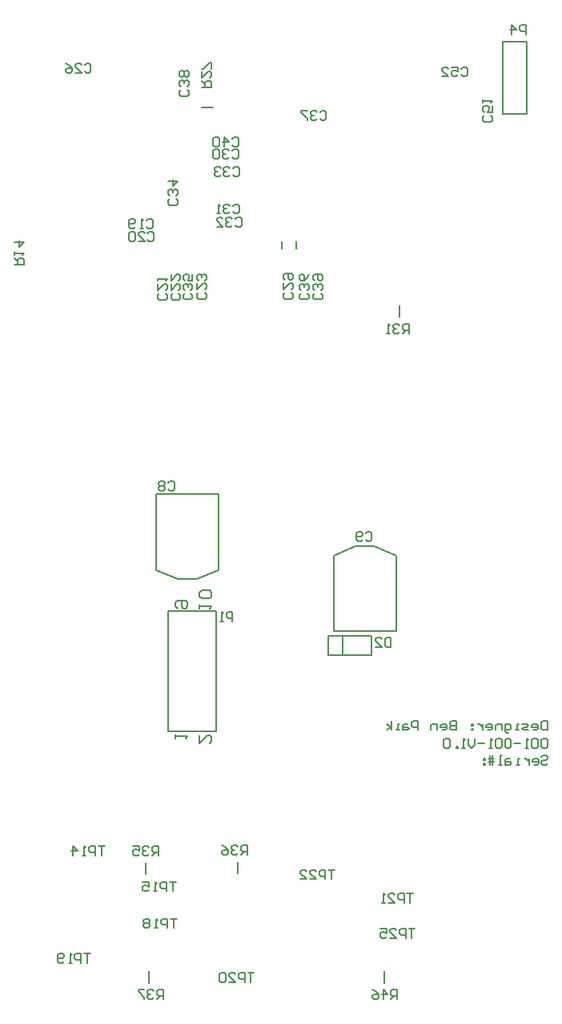
<source format=gbo>
G04*
G04 #@! TF.GenerationSoftware,Altium Limited,CircuitStudio,1.5.1 (13)*
G04*
G04 Layer_Color=13948096*
%FSLAX44Y44*%
%MOMM*%
G71*
G01*
G75*
%ADD35C,0.2032*%
%ADD61C,0.2000*%
%ADD66C,0.1270*%
%ADD68C,0.1700*%
%ADD69C,0.1700*%
D35*
X466820Y554564D02*
Y546100D01*
X475284Y554564D01*
X477400D01*
X479516Y552448D01*
Y548216D01*
X477400Y546100D01*
X441420Y551180D02*
Y555412D01*
Y553296D01*
X454116D01*
X452000Y551180D01*
X443536Y688340D02*
X441420Y690456D01*
Y694688D01*
X443536Y696804D01*
X452000D01*
X454116Y694688D01*
Y690456D01*
X452000Y688340D01*
X449884D01*
X447768Y690456D01*
Y696804D01*
X466820Y688340D02*
Y692572D01*
Y690456D01*
X479516D01*
X477400Y688340D01*
Y698920D02*
X479516Y701036D01*
Y705268D01*
X477400Y707384D01*
X468936D01*
X466820Y705268D01*
Y701036D01*
X468936Y698920D01*
X477400D01*
D61*
X507492Y408274D02*
Y420274D01*
X410210Y408020D02*
Y420020D01*
X678180Y996030D02*
Y1008030D01*
X468726Y1217168D02*
X480726D01*
X553840Y1067880D02*
Y1075880D01*
X568840Y1067880D02*
Y1075880D01*
X454000Y809000D02*
X487000D01*
Y729000D02*
Y809000D01*
X421000Y729000D02*
X444000Y719000D01*
X421000Y729000D02*
Y809000D01*
X454000D01*
X444000Y719000D02*
X464000D01*
X487000Y729000D01*
X413258Y292958D02*
Y304958D01*
X662432Y292958D02*
Y304958D01*
X787400Y1210310D02*
X812800D01*
Y1286510D01*
X787400D02*
X812800D01*
X787400Y1210310D02*
Y1286510D01*
X433800Y685800D02*
X484600D01*
X433800Y558800D02*
X484600D01*
Y685800D01*
X433800Y558800D02*
Y685800D01*
X608500Y664000D02*
X641500D01*
X608500D02*
Y744000D01*
X651500Y754000D02*
X674500Y744000D01*
Y664000D02*
Y744000D01*
X641500Y664000D02*
X674500D01*
X631500Y754000D02*
X651500D01*
X608500Y744000D02*
X631500Y754000D01*
D66*
X618500Y639000D02*
Y659000D01*
X649000Y639000D02*
Y659000D01*
X602500Y639000D02*
X649000D01*
X602500D02*
Y659000D01*
X649000D01*
D68*
X472388Y1021394D02*
X474055Y1019728D01*
Y1016396D01*
X472388Y1014730D01*
X465724D01*
X464058Y1016396D01*
Y1019728D01*
X465724Y1021394D01*
X464058Y1031391D02*
Y1024727D01*
X470722Y1031391D01*
X472388D01*
X474055Y1029725D01*
Y1026393D01*
X472388Y1024727D01*
Y1034723D02*
X474055Y1036390D01*
Y1039722D01*
X472388Y1041388D01*
X470722D01*
X469056Y1039722D01*
Y1038056D01*
Y1039722D01*
X467390Y1041388D01*
X465724D01*
X464058Y1039722D01*
Y1036390D01*
X465724Y1034723D01*
X428498Y276098D02*
Y286095D01*
X423499D01*
X421833Y284429D01*
Y281096D01*
X423499Y279430D01*
X428498D01*
X425166D02*
X421833Y276098D01*
X418501Y284429D02*
X416835Y286095D01*
X413503D01*
X411837Y284429D01*
Y282762D01*
X413503Y281096D01*
X415169D01*
X413503D01*
X411837Y279430D01*
Y277764D01*
X413503Y276098D01*
X416835D01*
X418501Y277764D01*
X408504Y286095D02*
X401840D01*
Y284429D01*
X408504Y277764D01*
Y276098D01*
X433263Y820876D02*
X434930Y822543D01*
X438262D01*
X439928Y820876D01*
Y814212D01*
X438262Y812546D01*
X434930D01*
X433263Y814212D01*
X429931Y820876D02*
X428265Y822543D01*
X424933D01*
X423267Y820876D01*
Y819210D01*
X424933Y817544D01*
X423267Y815878D01*
Y814212D01*
X424933Y812546D01*
X428265D01*
X429931Y814212D01*
Y815878D01*
X428265Y817544D01*
X429931Y819210D01*
Y820876D01*
X428265Y817544D02*
X424933D01*
X642305Y767791D02*
X643971Y769457D01*
X647304D01*
X648970Y767791D01*
Y761126D01*
X647304Y759460D01*
X643971D01*
X642305Y761126D01*
X638973D02*
X637307Y759460D01*
X633975D01*
X632309Y761126D01*
Y767791D01*
X633975Y769457D01*
X637307D01*
X638973Y767791D01*
Y766124D01*
X637307Y764458D01*
X632309D01*
X410657Y1097839D02*
X412323Y1099505D01*
X415656D01*
X417322Y1097839D01*
Y1091174D01*
X415656Y1089508D01*
X412323D01*
X410657Y1091174D01*
X407325Y1089508D02*
X403993D01*
X405659D01*
Y1099505D01*
X407325Y1097839D01*
X398994Y1091174D02*
X397328Y1089508D01*
X393996D01*
X392330Y1091174D01*
Y1097839D01*
X393996Y1099505D01*
X397328D01*
X398994Y1097839D01*
Y1096172D01*
X397328Y1094506D01*
X392330D01*
X411927Y1084275D02*
X413593Y1085941D01*
X416926D01*
X418592Y1084275D01*
Y1077610D01*
X416926Y1075944D01*
X413593D01*
X411927Y1077610D01*
X401931Y1075944D02*
X408595D01*
X401931Y1082608D01*
Y1084275D01*
X403597Y1085941D01*
X406929D01*
X408595Y1084275D01*
X398598D02*
X396932Y1085941D01*
X393600D01*
X391934Y1084275D01*
Y1077610D01*
X393600Y1075944D01*
X396932D01*
X398598Y1077610D01*
Y1084275D01*
X431241Y1020632D02*
X432907Y1018966D01*
Y1015634D01*
X431241Y1013968D01*
X424576D01*
X422910Y1015634D01*
Y1018966D01*
X424576Y1020632D01*
X422910Y1030629D02*
Y1023965D01*
X429574Y1030629D01*
X431241D01*
X432907Y1028963D01*
Y1025631D01*
X431241Y1023965D01*
X422910Y1033961D02*
Y1037294D01*
Y1035628D01*
X432907D01*
X431241Y1033961D01*
X444957Y1020886D02*
X446623Y1019220D01*
Y1015888D01*
X444957Y1014222D01*
X438292D01*
X436626Y1015888D01*
Y1019220D01*
X438292Y1020886D01*
X436626Y1030883D02*
Y1024219D01*
X443290Y1030883D01*
X444957D01*
X446623Y1029217D01*
Y1025885D01*
X444957Y1024219D01*
X436626Y1040880D02*
Y1034215D01*
X443290Y1040880D01*
X444957D01*
X446623Y1039214D01*
Y1035882D01*
X444957Y1034215D01*
X345125Y1262328D02*
X346791Y1263995D01*
X350124D01*
X351790Y1262328D01*
Y1255664D01*
X350124Y1253998D01*
X346791D01*
X345125Y1255664D01*
X335129Y1253998D02*
X341793D01*
X335129Y1260662D01*
Y1262328D01*
X336795Y1263995D01*
X340127D01*
X341793Y1262328D01*
X325132Y1263995D02*
X328464Y1262328D01*
X331796Y1258996D01*
Y1255664D01*
X330130Y1253998D01*
X326798D01*
X325132Y1255664D01*
Y1257330D01*
X326798Y1258996D01*
X331796D01*
X563574Y1021902D02*
X565241Y1020236D01*
Y1016904D01*
X563574Y1015238D01*
X556910D01*
X555244Y1016904D01*
Y1020236D01*
X556910Y1021902D01*
X555244Y1031899D02*
Y1025235D01*
X561908Y1031899D01*
X563574D01*
X565241Y1030233D01*
Y1026901D01*
X563574Y1025235D01*
X556910Y1035231D02*
X555244Y1036898D01*
Y1040230D01*
X556910Y1041896D01*
X563574D01*
X565241Y1040230D01*
Y1036898D01*
X563574Y1035231D01*
X561908D01*
X560242Y1036898D01*
Y1041896D01*
X501335Y1171650D02*
X503002Y1173317D01*
X506334D01*
X508000Y1171650D01*
Y1164986D01*
X506334Y1163320D01*
X503002D01*
X501335Y1164986D01*
X498003Y1171650D02*
X496337Y1173317D01*
X493005D01*
X491339Y1171650D01*
Y1169984D01*
X493005Y1168318D01*
X494671D01*
X493005D01*
X491339Y1166652D01*
Y1164986D01*
X493005Y1163320D01*
X496337D01*
X498003Y1164986D01*
X488006Y1171650D02*
X486340Y1173317D01*
X483008D01*
X481342Y1171650D01*
Y1164986D01*
X483008Y1163320D01*
X486340D01*
X488006Y1164986D01*
Y1171650D01*
X502097Y1113484D02*
X503764Y1115151D01*
X507096D01*
X508762Y1113484D01*
Y1106820D01*
X507096Y1105154D01*
X503764D01*
X502097Y1106820D01*
X498765Y1113484D02*
X497099Y1115151D01*
X493767D01*
X492101Y1113484D01*
Y1111818D01*
X493767Y1110152D01*
X495433D01*
X493767D01*
X492101Y1108486D01*
Y1106820D01*
X493767Y1105154D01*
X497099D01*
X498765Y1106820D01*
X488768Y1105154D02*
X485436D01*
X487102D01*
Y1115151D01*
X488768Y1113484D01*
X504827Y1099555D02*
X506493Y1101221D01*
X509826D01*
X511492Y1099555D01*
Y1092890D01*
X509826Y1091224D01*
X506493D01*
X504827Y1092890D01*
X501495Y1099555D02*
X499829Y1101221D01*
X496497D01*
X494831Y1099555D01*
Y1097888D01*
X496497Y1096222D01*
X498163D01*
X496497D01*
X494831Y1094556D01*
Y1092890D01*
X496497Y1091224D01*
X499829D01*
X501495Y1092890D01*
X484834Y1091224D02*
X491498D01*
X484834Y1097888D01*
Y1099555D01*
X486500Y1101221D01*
X489832D01*
X491498Y1099555D01*
X502351Y1152855D02*
X504017Y1154521D01*
X507350D01*
X509016Y1152855D01*
Y1146190D01*
X507350Y1144524D01*
X504017D01*
X502351Y1146190D01*
X499019Y1152855D02*
X497353Y1154521D01*
X494021D01*
X492355Y1152855D01*
Y1151188D01*
X494021Y1149522D01*
X495687D01*
X494021D01*
X492355Y1147856D01*
Y1146190D01*
X494021Y1144524D01*
X497353D01*
X499019Y1146190D01*
X489022Y1152855D02*
X487356Y1154521D01*
X484024D01*
X482358Y1152855D01*
Y1151188D01*
X484024Y1149522D01*
X485690D01*
X484024D01*
X482358Y1147856D01*
Y1146190D01*
X484024Y1144524D01*
X487356D01*
X489022Y1146190D01*
X441830Y1120664D02*
X443497Y1118998D01*
Y1115666D01*
X441830Y1114000D01*
X435166D01*
X433500Y1115666D01*
Y1118998D01*
X435166Y1120664D01*
X441830Y1123997D02*
X443497Y1125663D01*
Y1128995D01*
X441830Y1130661D01*
X440164D01*
X438498Y1128995D01*
Y1127329D01*
Y1128995D01*
X436832Y1130661D01*
X435166D01*
X433500Y1128995D01*
Y1125663D01*
X435166Y1123997D01*
X433500Y1138992D02*
X443497D01*
X438498Y1133993D01*
Y1140658D01*
X457657Y1021140D02*
X459323Y1019474D01*
Y1016142D01*
X457657Y1014476D01*
X450992D01*
X449326Y1016142D01*
Y1019474D01*
X450992Y1021140D01*
X457657Y1024473D02*
X459323Y1026139D01*
Y1029471D01*
X457657Y1031137D01*
X455990D01*
X454324Y1029471D01*
Y1027805D01*
Y1029471D01*
X452658Y1031137D01*
X450992D01*
X449326Y1029471D01*
Y1026139D01*
X450992Y1024473D01*
X459323Y1041134D02*
Y1034469D01*
X454324D01*
X455990Y1037802D01*
Y1039468D01*
X454324Y1041134D01*
X450992D01*
X449326Y1039468D01*
Y1036136D01*
X450992Y1034469D01*
X580846Y1021140D02*
X582513Y1019474D01*
Y1016142D01*
X580846Y1014476D01*
X574182D01*
X572516Y1016142D01*
Y1019474D01*
X574182Y1021140D01*
X580846Y1024473D02*
X582513Y1026139D01*
Y1029471D01*
X580846Y1031137D01*
X579180D01*
X577514Y1029471D01*
Y1027805D01*
Y1029471D01*
X575848Y1031137D01*
X574182D01*
X572516Y1029471D01*
Y1026139D01*
X574182Y1024473D01*
X582513Y1041134D02*
X580846Y1037802D01*
X577514Y1034469D01*
X574182D01*
X572516Y1036136D01*
Y1039468D01*
X574182Y1041134D01*
X575848D01*
X577514Y1039468D01*
Y1034469D01*
X594045Y1212330D02*
X595712Y1213997D01*
X599044D01*
X600710Y1212330D01*
Y1205666D01*
X599044Y1204000D01*
X595712D01*
X594045Y1205666D01*
X590713Y1212330D02*
X589047Y1213997D01*
X585715D01*
X584049Y1212330D01*
Y1210664D01*
X585715Y1208998D01*
X587381D01*
X585715D01*
X584049Y1207332D01*
Y1205666D01*
X585715Y1204000D01*
X589047D01*
X590713Y1205666D01*
X580716Y1213997D02*
X574052D01*
Y1212330D01*
X580716Y1205666D01*
Y1204000D01*
X454100Y1236024D02*
X455767Y1234358D01*
Y1231026D01*
X454100Y1229360D01*
X447436D01*
X445770Y1231026D01*
Y1234358D01*
X447436Y1236024D01*
X454100Y1239357D02*
X455767Y1241023D01*
Y1244355D01*
X454100Y1246021D01*
X452434D01*
X450768Y1244355D01*
Y1242689D01*
Y1244355D01*
X449102Y1246021D01*
X447436D01*
X445770Y1244355D01*
Y1241023D01*
X447436Y1239357D01*
X454100Y1249353D02*
X455767Y1251020D01*
Y1254352D01*
X454100Y1256018D01*
X452434D01*
X450768Y1254352D01*
X449102Y1256018D01*
X447436D01*
X445770Y1254352D01*
Y1251020D01*
X447436Y1249353D01*
X449102D01*
X450768Y1251020D01*
X452434Y1249353D01*
X454100D01*
X450768Y1251020D02*
Y1254352D01*
X595070Y1021140D02*
X596737Y1019474D01*
Y1016142D01*
X595070Y1014476D01*
X588406D01*
X586740Y1016142D01*
Y1019474D01*
X588406Y1021140D01*
X595070Y1024473D02*
X596737Y1026139D01*
Y1029471D01*
X595070Y1031137D01*
X593404D01*
X591738Y1029471D01*
Y1027805D01*
Y1029471D01*
X590072Y1031137D01*
X588406D01*
X586740Y1029471D01*
Y1026139D01*
X588406Y1024473D01*
Y1034469D02*
X586740Y1036136D01*
Y1039468D01*
X588406Y1041134D01*
X595070D01*
X596737Y1039468D01*
Y1036136D01*
X595070Y1034469D01*
X593404D01*
X591738Y1036136D01*
Y1041134D01*
X501335Y1184351D02*
X503002Y1186017D01*
X506334D01*
X508000Y1184351D01*
Y1177686D01*
X506334Y1176020D01*
X503002D01*
X501335Y1177686D01*
X493005Y1176020D02*
Y1186017D01*
X498003Y1181018D01*
X491339D01*
X488006Y1184351D02*
X486340Y1186017D01*
X483008D01*
X481342Y1184351D01*
Y1177686D01*
X483008Y1176020D01*
X486340D01*
X488006Y1177686D01*
Y1184351D01*
X774395Y1208846D02*
X776061Y1207180D01*
Y1203848D01*
X774395Y1202182D01*
X767730D01*
X766064Y1203848D01*
Y1207180D01*
X767730Y1208846D01*
X776061Y1218843D02*
Y1212179D01*
X771062D01*
X772728Y1215511D01*
Y1217177D01*
X771062Y1218843D01*
X767730D01*
X766064Y1217177D01*
Y1213845D01*
X767730Y1212179D01*
X766064Y1222175D02*
Y1225508D01*
Y1223842D01*
X776061D01*
X774395Y1222175D01*
X743143Y1258264D02*
X744809Y1259931D01*
X748142D01*
X749808Y1258264D01*
Y1251600D01*
X748142Y1249934D01*
X744809D01*
X743143Y1251600D01*
X733147Y1259931D02*
X739811D01*
Y1254932D01*
X736479Y1256598D01*
X734813D01*
X733147Y1254932D01*
Y1251600D01*
X734813Y1249934D01*
X738145D01*
X739811Y1251600D01*
X723150Y1249934D02*
X729814D01*
X723150Y1256598D01*
Y1258264D01*
X724816Y1259931D01*
X728148D01*
X729814Y1258264D01*
X669290Y657697D02*
Y647700D01*
X664292D01*
X662625Y649366D01*
Y656031D01*
X664292Y657697D01*
X669290D01*
X652629Y647700D02*
X659293D01*
X652629Y654364D01*
Y656031D01*
X654295Y657697D01*
X657627D01*
X659293Y656031D01*
X501650Y674624D02*
Y684621D01*
X496651D01*
X494985Y682954D01*
Y679622D01*
X496651Y677956D01*
X501650D01*
X491653Y674624D02*
X488321D01*
X489987D01*
Y684621D01*
X491653Y682954D01*
X812038Y1294384D02*
Y1304381D01*
X807040D01*
X805374Y1302715D01*
Y1299382D01*
X807040Y1297716D01*
X812038D01*
X797043Y1294384D02*
Y1304381D01*
X802041Y1299382D01*
X795377D01*
X270764Y1051306D02*
X280761D01*
Y1056304D01*
X279095Y1057970D01*
X275762D01*
X274096Y1056304D01*
Y1051306D01*
Y1054638D02*
X270764Y1057970D01*
Y1061303D02*
Y1064635D01*
Y1062969D01*
X280761D01*
X279095Y1061303D01*
X270764Y1074632D02*
X280761D01*
X275762Y1069633D01*
Y1076298D01*
X468884Y1238250D02*
X478881D01*
Y1243248D01*
X477215Y1244914D01*
X473882D01*
X472216Y1243248D01*
Y1238250D01*
Y1241582D02*
X468884Y1244914D01*
Y1254911D02*
Y1248247D01*
X475548Y1254911D01*
X477215D01*
X478881Y1253245D01*
Y1249913D01*
X477215Y1248247D01*
X478881Y1258243D02*
Y1264908D01*
X477215D01*
X470550Y1258243D01*
X468884D01*
X688340Y978408D02*
Y988405D01*
X683342D01*
X681675Y986739D01*
Y983406D01*
X683342Y981740D01*
X688340D01*
X685008D02*
X681675Y978408D01*
X678343Y986739D02*
X676677Y988405D01*
X673345D01*
X671679Y986739D01*
Y985072D01*
X673345Y983406D01*
X675011D01*
X673345D01*
X671679Y981740D01*
Y980074D01*
X673345Y978408D01*
X676677D01*
X678343Y980074D01*
X668346Y978408D02*
X665014D01*
X666680D01*
Y988405D01*
X668346Y986739D01*
X423164Y427228D02*
Y437225D01*
X418166D01*
X416499Y435559D01*
Y432226D01*
X418166Y430560D01*
X423164D01*
X419832D02*
X416499Y427228D01*
X413167Y435559D02*
X411501Y437225D01*
X408169D01*
X406503Y435559D01*
Y433892D01*
X408169Y432226D01*
X409835D01*
X408169D01*
X406503Y430560D01*
Y428894D01*
X408169Y427228D01*
X411501D01*
X413167Y428894D01*
X396506Y437225D02*
X403170D01*
Y432226D01*
X399838Y433892D01*
X398172D01*
X396506Y432226D01*
Y428894D01*
X398172Y427228D01*
X401504D01*
X403170Y428894D01*
X517144Y428244D02*
Y438241D01*
X512146D01*
X510479Y436575D01*
Y433242D01*
X512146Y431576D01*
X517144D01*
X513812D02*
X510479Y428244D01*
X507147Y436575D02*
X505481Y438241D01*
X502149D01*
X500483Y436575D01*
Y434908D01*
X502149Y433242D01*
X503815D01*
X502149D01*
X500483Y431576D01*
Y429910D01*
X502149Y428244D01*
X505481D01*
X507147Y429910D01*
X490486Y438241D02*
X493818Y436575D01*
X497150Y433242D01*
Y429910D01*
X495484Y428244D01*
X492152D01*
X490486Y429910D01*
Y431576D01*
X492152Y433242D01*
X497150D01*
X675894Y276098D02*
Y286095D01*
X670895D01*
X669229Y284429D01*
Y281096D01*
X670895Y279430D01*
X675894D01*
X672562D02*
X669229Y276098D01*
X660899D02*
Y286095D01*
X665897Y281096D01*
X659233D01*
X649236Y286095D02*
X652568Y284429D01*
X655900Y281096D01*
Y277764D01*
X654234Y276098D01*
X650902D01*
X649236Y277764D01*
Y279430D01*
X650902Y281096D01*
X655900D01*
X366268Y437479D02*
X359603D01*
X362936D01*
Y427482D01*
X356271D02*
Y437479D01*
X351273D01*
X349607Y435812D01*
Y432480D01*
X351273Y430814D01*
X356271D01*
X346274Y427482D02*
X342942D01*
X344608D01*
Y437479D01*
X346274Y435812D01*
X332945Y427482D02*
Y437479D01*
X337944Y432480D01*
X331279D01*
X441706Y399633D02*
X435041D01*
X438374D01*
Y389636D01*
X431709D02*
Y399633D01*
X426711D01*
X425045Y397966D01*
Y394634D01*
X426711Y392968D01*
X431709D01*
X421712Y389636D02*
X418380D01*
X420046D01*
Y399633D01*
X421712Y397966D01*
X406717Y399633D02*
X413382D01*
Y394634D01*
X410049Y396300D01*
X408383D01*
X406717Y394634D01*
Y391302D01*
X408383Y389636D01*
X411716D01*
X413382Y391302D01*
X442468Y360771D02*
X435803D01*
X439136D01*
Y350774D01*
X432471D02*
Y360771D01*
X427473D01*
X425807Y359104D01*
Y355772D01*
X427473Y354106D01*
X432471D01*
X422474Y350774D02*
X419142D01*
X420808D01*
Y360771D01*
X422474Y359104D01*
X414144D02*
X412477Y360771D01*
X409145D01*
X407479Y359104D01*
Y357438D01*
X409145Y355772D01*
X407479Y354106D01*
Y352440D01*
X409145Y350774D01*
X412477D01*
X414144Y352440D01*
Y354106D01*
X412477Y355772D01*
X414144Y357438D01*
Y359104D01*
X412477Y355772D02*
X409145D01*
X351536Y323687D02*
X344871D01*
X348204D01*
Y313690D01*
X341539D02*
Y323687D01*
X336541D01*
X334875Y322020D01*
Y318688D01*
X336541Y317022D01*
X341539D01*
X331542Y313690D02*
X328210D01*
X329876D01*
Y323687D01*
X331542Y322020D01*
X323212Y315356D02*
X321545Y313690D01*
X318213D01*
X316547Y315356D01*
Y322020D01*
X318213Y323687D01*
X321545D01*
X323212Y322020D01*
Y320354D01*
X321545Y318688D01*
X316547D01*
X524510Y303621D02*
X517845D01*
X521178D01*
Y293624D01*
X514513D02*
Y303621D01*
X509515D01*
X507849Y301954D01*
Y298622D01*
X509515Y296956D01*
X514513D01*
X497852Y293624D02*
X504516D01*
X497852Y300288D01*
Y301954D01*
X499518Y303621D01*
X502850D01*
X504516Y301954D01*
X494520D02*
X492853Y303621D01*
X489521D01*
X487855Y301954D01*
Y295290D01*
X489521Y293624D01*
X492853D01*
X494520Y295290D01*
Y301954D01*
X692912Y387441D02*
X686247D01*
X689580D01*
Y377444D01*
X682915D02*
Y387441D01*
X677917D01*
X676251Y385774D01*
Y382442D01*
X677917Y380776D01*
X682915D01*
X666254Y377444D02*
X672918D01*
X666254Y384108D01*
Y385774D01*
X667920Y387441D01*
X671252D01*
X672918Y385774D01*
X662922Y377444D02*
X659589D01*
X661255D01*
Y387441D01*
X662922Y385774D01*
X609854Y412333D02*
X603189D01*
X606522D01*
Y402336D01*
X599857D02*
Y412333D01*
X594859D01*
X593193Y410667D01*
Y407334D01*
X594859Y405668D01*
X599857D01*
X583196Y402336D02*
X589860D01*
X583196Y409000D01*
Y410667D01*
X584862Y412333D01*
X588194D01*
X589860Y410667D01*
X573199Y402336D02*
X579864D01*
X573199Y409000D01*
Y410667D01*
X574865Y412333D01*
X578197D01*
X579864Y410667D01*
X694690Y349849D02*
X688025D01*
X691358D01*
Y339852D01*
X684693D02*
Y349849D01*
X679695D01*
X678029Y348182D01*
Y344850D01*
X679695Y343184D01*
X684693D01*
X668032Y339852D02*
X674696D01*
X668032Y346516D01*
Y348182D01*
X669698Y349849D01*
X673030D01*
X674696Y348182D01*
X658035Y349849D02*
X664699D01*
Y344850D01*
X661367Y346516D01*
X659701D01*
X658035Y344850D01*
Y341518D01*
X659701Y339852D01*
X663033D01*
X664699Y341518D01*
D69*
X834644Y569813D02*
Y559816D01*
X829645D01*
X827979Y561482D01*
Y568147D01*
X829645Y569813D01*
X834644D01*
X819649Y559816D02*
X822981D01*
X824647Y561482D01*
Y564814D01*
X822981Y566480D01*
X819649D01*
X817983Y564814D01*
Y563148D01*
X824647D01*
X814650Y559816D02*
X809652D01*
X807986Y561482D01*
X809652Y563148D01*
X812984D01*
X814650Y564814D01*
X812984Y566480D01*
X807986D01*
X804654Y559816D02*
X801321D01*
X802988D01*
Y566480D01*
X804654D01*
X792991Y556484D02*
X791325D01*
X789659Y558150D01*
Y566480D01*
X794657D01*
X796323Y564814D01*
Y561482D01*
X794657Y559816D01*
X789659D01*
X786326D02*
Y566480D01*
X781328D01*
X779662Y564814D01*
Y559816D01*
X771331D02*
X774663D01*
X776329Y561482D01*
Y564814D01*
X774663Y566480D01*
X771331D01*
X769665Y564814D01*
Y563148D01*
X776329D01*
X766333Y566480D02*
Y559816D01*
Y563148D01*
X764667Y564814D01*
X763000Y566480D01*
X761334D01*
X756336D02*
X754670D01*
Y564814D01*
X756336D01*
Y566480D01*
Y561482D02*
X754670D01*
Y559816D01*
X756336D01*
Y561482D01*
X738009Y569813D02*
Y559816D01*
X733010D01*
X731344Y561482D01*
Y563148D01*
X733010Y564814D01*
X738009D01*
X733010D01*
X731344Y566480D01*
Y568147D01*
X733010Y569813D01*
X738009D01*
X723014Y559816D02*
X726346D01*
X728012Y561482D01*
Y564814D01*
X726346Y566480D01*
X723014D01*
X721347Y564814D01*
Y563148D01*
X728012D01*
X718015Y559816D02*
Y566480D01*
X713017D01*
X711351Y564814D01*
Y559816D01*
X698022D02*
Y569813D01*
X693023D01*
X691357Y568147D01*
Y564814D01*
X693023Y563148D01*
X698022D01*
X686359Y566480D02*
X683027D01*
X681360Y564814D01*
Y559816D01*
X686359D01*
X688025Y561482D01*
X686359Y563148D01*
X681360D01*
X678028Y559816D02*
X674696D01*
X676362D01*
Y566480D01*
X678028D01*
X669697Y559816D02*
Y569813D01*
Y563148D02*
X664699Y566480D01*
X669697Y563148D02*
X664699Y559816D01*
X834644Y549351D02*
X832978Y551017D01*
X829645D01*
X827979Y549351D01*
Y542686D01*
X829645Y541020D01*
X832978D01*
X834644Y542686D01*
Y549351D01*
X824647D02*
X822981Y551017D01*
X819649D01*
X817983Y549351D01*
Y542686D01*
X819649Y541020D01*
X822981D01*
X824647Y542686D01*
Y549351D01*
X814650Y541020D02*
X811318D01*
X812984D01*
Y551017D01*
X814650Y549351D01*
X806320Y546018D02*
X799655D01*
X796323Y549351D02*
X794657Y551017D01*
X791325D01*
X789659Y549351D01*
Y542686D01*
X791325Y541020D01*
X794657D01*
X796323Y542686D01*
Y549351D01*
X786326D02*
X784660Y551017D01*
X781328D01*
X779662Y549351D01*
Y542686D01*
X781328Y541020D01*
X784660D01*
X786326Y542686D01*
Y549351D01*
X776329Y541020D02*
X772997D01*
X774663D01*
Y551017D01*
X776329Y549351D01*
X767999Y546018D02*
X761334D01*
X758002Y551017D02*
Y544352D01*
X754670Y541020D01*
X751338Y544352D01*
Y551017D01*
X748005Y541020D02*
X744673D01*
X746339D01*
Y551017D01*
X748005Y549351D01*
X739675Y541020D02*
Y542686D01*
X738009D01*
Y541020D01*
X739675D01*
X731344Y549351D02*
X729678Y551017D01*
X726346D01*
X724680Y549351D01*
Y542686D01*
X726346Y541020D01*
X729678D01*
X731344Y542686D01*
Y549351D01*
X828487Y531316D02*
X830154Y532983D01*
X833486D01*
X835152Y531316D01*
Y529650D01*
X833486Y527984D01*
X830154D01*
X828487Y526318D01*
Y524652D01*
X830154Y522986D01*
X833486D01*
X835152Y524652D01*
X820157Y522986D02*
X823489D01*
X825155Y524652D01*
Y527984D01*
X823489Y529650D01*
X820157D01*
X818491Y527984D01*
Y526318D01*
X825155D01*
X815158Y529650D02*
Y522986D01*
Y526318D01*
X813492Y527984D01*
X811826Y529650D01*
X810160D01*
X805162Y522986D02*
X801829D01*
X803495D01*
Y529650D01*
X805162D01*
X795165D02*
X791833D01*
X790166Y527984D01*
Y522986D01*
X795165D01*
X796831Y524652D01*
X795165Y526318D01*
X790166D01*
X786834Y522986D02*
X783502D01*
X785168D01*
Y532983D01*
X786834D01*
X776837Y522986D02*
Y532983D01*
X773505D02*
Y522986D01*
X778504Y529650D02*
X773505D01*
X771839D01*
X778504Y526318D02*
X771839D01*
X768507Y529650D02*
X766841D01*
Y527984D01*
X768507D01*
Y529650D01*
Y524652D02*
X766841D01*
Y522986D01*
X768507D01*
Y524652D01*
M02*

</source>
